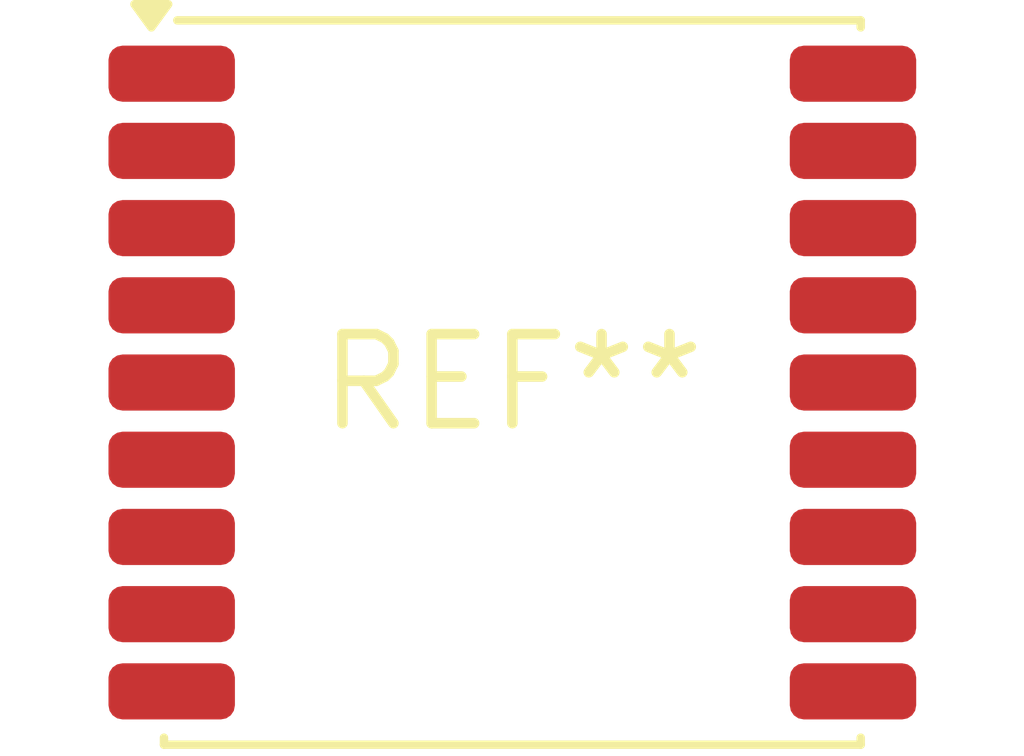
<source format=kicad_pcb>
(kicad_pcb (version 20240108) (generator pcbnew)
  (layers (0 "F.Cu" signal) (31 "B.Cu" signal) (34 "B.Paste" user) (35 "F.Paste" user) (36 "B.SilkS" user "B.Silkscreen") (37 "F.SilkS" user "F.Silkscreen") (38 "B.Mask" user) (39 "F.Mask" user) (44 "Edge.Cuts" user))
  (net 0 "")
  (footprint "Quectel_L70-R" (layer "F.Cu") (at 0 0)
    (property "Reference" "REF**")
    (property "Value" "Quectel_L70-R")
    (fp_line (start -4.96 5.06) (end -4.96 5.16) (layer "F.SilkS") (stroke (width 0.12)))
    (fp_line (start -4.96 5.16) (end 4.96 5.16) (layer "F.SilkS") (stroke (width 0.12)))
    (fp_line (start -4.77 -5.16) (end 4.96 -5.16) (layer "F.SilkS") (stroke (width 0.12)))
    (fp_line (start 4.96 -5.16) (end 4.96 -5.06) (layer "F.SilkS") (stroke (width 0.12)))
    (fp_line (start 4.96 5.06) (end 4.96 5.16) (layer "F.SilkS") (stroke (width 0.12)))
    (fp_poly (pts (xy -5.14 -5.06) (xy -5.38 -5.39) (xy -4.9 -5.39) (xy -5.14 -5.06)) (layer "F.SilkS") (stroke (width 0.12)) (fill solid))
    (pad "1" smd roundrect (at -4.85 -4.4) (size 1.8 0.8) (layers "F.Cu" "F.Paste" "F.Mask"))
    (pad "2" smd roundrect (at -4.85 -3.3) (size 1.8 0.8) (layers "F.Cu" "F.Paste" "F.Mask"))
    (pad "3" smd roundrect (at -4.85 -2.2) (size 1.8 0.8) (layers "F.Cu" "F.Paste" "F.Mask"))
    (pad "4" smd roundrect (at -4.85 -1.1) (size 1.8 0.8) (layers "F.Cu" "F.Paste" "F.Mask"))
    (pad "5" smd roundrect (at -4.85 0) (size 1.8 0.8) (layers "F.Cu" "F.Paste" "F.Mask"))
    (pad "6" smd roundrect (at -4.85 1.1) (size 1.8 0.8) (layers "F.Cu" "F.Paste" "F.Mask"))
    (pad "7" smd roundrect (at -4.85 2.2) (size 1.8 0.8) (layers "F.Cu" "F.Paste" "F.Mask"))
    (pad "8" smd roundrect (at -4.85 3.3) (size 1.8 0.8) (layers "F.Cu" "F.Paste" "F.Mask"))
    (pad "9" smd roundrect (at -4.85 4.4) (size 1.8 0.8) (layers "F.Cu" "F.Paste" "F.Mask"))
    (pad "10" smd roundrect (at 4.85 4.4) (size 1.8 0.8) (layers "F.Cu" "F.Paste" "F.Mask"))
    (pad "11" smd roundrect (at 4.85 3.3) (size 1.8 0.8) (layers "F.Cu" "F.Paste" "F.Mask"))
    (pad "12" smd roundrect (at 4.85 2.2) (size 1.8 0.8) (layers "F.Cu" "F.Paste" "F.Mask"))
    (pad "13" smd roundrect (at 4.85 1.1) (size 1.8 0.8) (layers "F.Cu" "F.Paste" "F.Mask"))
    (pad "14" smd roundrect (at 4.85 0) (size 1.8 0.8) (layers "F.Cu" "F.Paste" "F.Mask"))
    (pad "15" smd roundrect (at 4.85 -1.1) (size 1.8 0.8) (layers "F.Cu" "F.Paste" "F.Mask"))
    (pad "16" smd roundrect (at 4.85 -2.2) (size 1.8 0.8) (layers "F.Cu" "F.Paste" "F.Mask"))
    (pad "17" smd roundrect (at 4.85 -3.3) (size 1.8 0.8) (layers "F.Cu" "F.Paste" "F.Mask"))
    (pad "18" smd roundrect (at 4.85 -4.4) (size 1.8 0.8) (layers "F.Cu" "F.Paste" "F.Mask"))
  )
)
</source>
